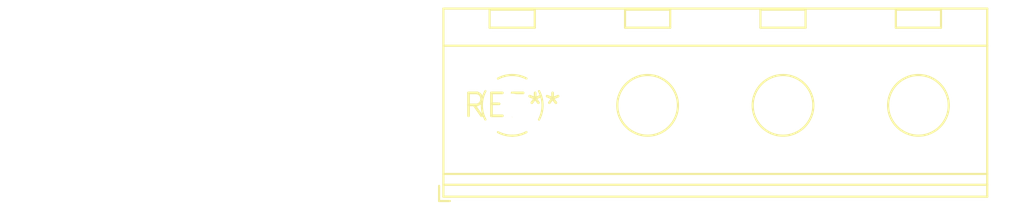
<source format=kicad_pcb>
(kicad_pcb (version 20240108) (generator pcbnew)
  (layers (0 "F.Cu" signal) (31 "B.Cu" signal) (34 "B.Paste" user) (35 "F.Paste" user) (36 "B.SilkS" user "B.Silkscreen") (37 "F.SilkS" user "F.Silkscreen") (38 "B.Mask" user) (39 "F.Mask" user) (44 "Edge.Cuts" user))
  (net 0 "")
  (footprint "TerminalBlock_RND_205-00069_1x04_P7.50mm_Horizontal" (layer "F.Cu") (at 0 0)
    (property "Reference" "REF**")
    (property "Value" "TerminalBlock_RND_205-00069_1x04_P7.50mm_Horizontal")
    (fp_line (start -4.05 4.46) (end -4.05 5.3) (layer "F.SilkS") (stroke (width 0.12)))
    (fp_line (start -4.05 5.3) (end -3.45 5.3) (layer "F.SilkS") (stroke (width 0.12)))
    (fp_line (start -3.81 -5.36) (end -3.81 5.06) (layer "F.SilkS") (stroke (width 0.12)))
    (fp_line (start -3.81 -5.36) (end 26.31 -5.36) (layer "F.SilkS") (stroke (width 0.12)))
    (fp_line (start -3.81 -3.301) (end 26.31 -3.301) (layer "F.SilkS") (stroke (width 0.12)))
    (fp_line (start -3.81 3.8) (end 26.31 3.8) (layer "F.SilkS") (stroke (width 0.12)))
    (fp_line (start -3.81 4.4) (end 26.31 4.4) (layer "F.SilkS") (stroke (width 0.12)))
    (fp_line (start -3.81 5.06) (end 26.31 5.06) (layer "F.SilkS") (stroke (width 0.12)))
    (fp_line (start -1.25 -5.301) (end -1.25 -4.301) (layer "F.SilkS") (stroke (width 0.12)))
    (fp_line (start -1.25 -5.301) (end 1.25 -5.301) (layer "F.SilkS") (stroke (width 0.12)))
    (fp_line (start -1.25 -4.301) (end 1.25 -4.301) (layer "F.SilkS") (stroke (width 0.12)))
    (fp_line (start 1.25 -5.301) (end 1.25 -4.301) (layer "F.SilkS") (stroke (width 0.12)))
    (fp_line (start 6.25 -5.301) (end 6.25 -4.301) (layer "F.SilkS") (stroke (width 0.12)))
    (fp_line (start 6.25 -5.301) (end 8.75 -5.301) (layer "F.SilkS") (stroke (width 0.12)))
    (fp_line (start 6.25 -4.301) (end 8.75 -4.301) (layer "F.SilkS") (stroke (width 0.12)))
    (fp_line (start 8.75 -5.301) (end 8.75 -4.301) (layer "F.SilkS") (stroke (width 0.12)))
    (fp_line (start 13.75 -5.301) (end 13.75 -4.301) (layer "F.SilkS") (stroke (width 0.12)))
    (fp_line (start 13.75 -5.301) (end 16.25 -5.301) (layer "F.SilkS") (stroke (width 0.12)))
    (fp_line (start 13.75 -4.301) (end 16.25 -4.301) (layer "F.SilkS") (stroke (width 0.12)))
    (fp_line (start 16.25 -5.301) (end 16.25 -4.301) (layer "F.SilkS") (stroke (width 0.12)))
    (fp_line (start 21.25 -5.301) (end 21.25 -4.301) (layer "F.SilkS") (stroke (width 0.12)))
    (fp_line (start 21.25 -5.301) (end 23.75 -5.301) (layer "F.SilkS") (stroke (width 0.12)))
    (fp_line (start 21.25 -4.301) (end 23.75 -4.301) (layer "F.SilkS") (stroke (width 0.12)))
    (fp_line (start 23.75 -5.301) (end 23.75 -4.301) (layer "F.SilkS") (stroke (width 0.12)))
    (fp_line (start 26.31 -5.36) (end 26.31 5.06) (layer "F.SilkS") (stroke (width 0.12)))
    (fp_arc (start -1.483953 0.789089) (mid -1.680708 5e-05) (end -1.484 -0.789) (layer "F.SilkS") (stroke (width 0.12)))
    (fp_arc (start -0.789089 -1.483953) (mid -5e-05 -1.680708) (end 0.789 -1.484) (layer "F.SilkS") (stroke (width 0.12)))
    (fp_arc (start 0.029383 1.68045) (mid -0.392304 1.634281) (end -0.789 1.484) (layer "F.SilkS") (stroke (width 0.12)))
    (fp_arc (start 0.788712 1.483352) (mid 0.406429 1.630097) (end 0 1.68) (layer "F.SilkS") (stroke (width 0.12)))
    (fp_arc (start 1.483953 -0.789089) (mid 1.680708 -5e-05) (end 1.484 0.789) (layer "F.SilkS") (stroke (width 0.12)))
    (fp_circle (center 7.5 0) (end 9.18 0) (layer "F.SilkS") (stroke (width 0.12)) (fill none))
    (fp_circle (center 15 0) (end 16.68 0) (layer "F.SilkS") (stroke (width 0.12)) (fill none))
    (fp_circle (center 22.5 0) (end 24.18 0) (layer "F.SilkS") (stroke (width 0.12)) (fill none))
    (pad "1" thru_hole rect (at 0 0) (size 2.5 2.5) (drill 1.3) (layers *.Cu *.Mask) (remove_unused_layers))
    (pad "2" thru_hole circle (at 7.5 0) (size 2.5 2.5) (drill 1.3) (layers *.Cu *.Mask) (remove_unused_layers))
    (pad "3" thru_hole circle (at 15 0) (size 2.5 2.5) (drill 1.3) (layers *.Cu *.Mask) (remove_unused_layers))
    (pad "4" thru_hole circle (at 22.5 0) (size 2.5 2.5) (drill 1.3) (layers *.Cu *.Mask) (remove_unused_layers))
  )
)
</source>
